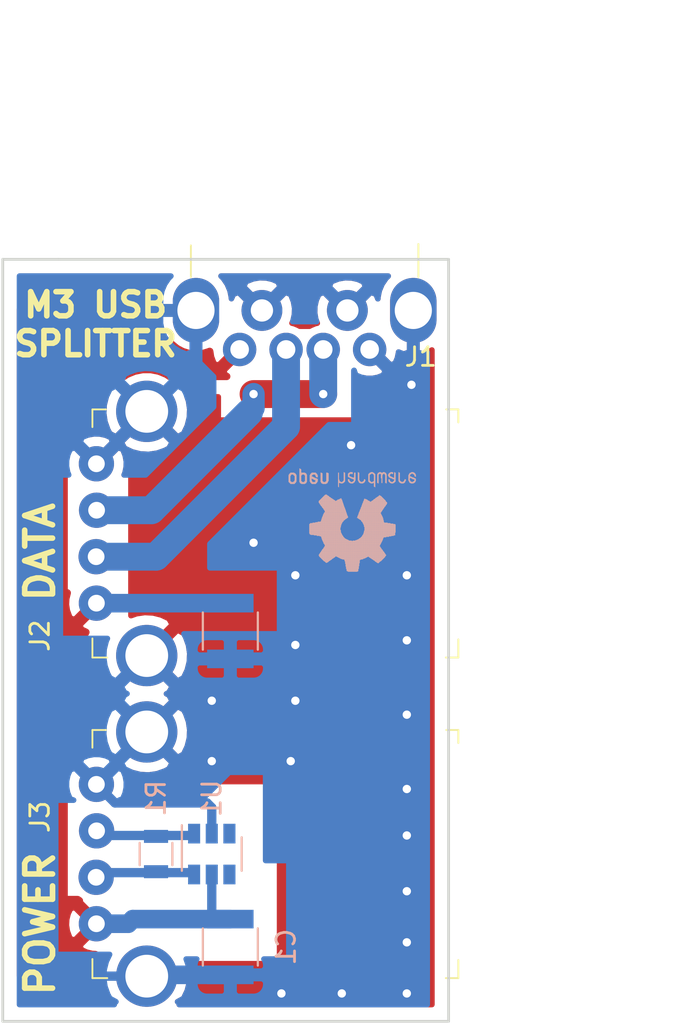
<source format=kicad_pcb>
(kicad_pcb (version 20171130) (host pcbnew "(5.0.0)")
  (title_block (title "M3 USB Splitter") (date 2018-10-08) (rev 0) (company "Open Hardware") (comment 1 "Splits Model 3 USB port into DATA/POWER") (comment 2 "for use with dashcam feature while preserving the charging port capability"))
  (layers (0 F.Cu signal hide) (31 B.Cu signal) (34 B.Paste user) (35 F.Paste user) (36 B.SilkS user) (37 F.SilkS user) (38 B.Mask user) (39 F.Mask user) (44 Edge.Cuts user))
  (net 0 "")
  (net 1 GND)
  (net 2 VBUS)
  (net 3 "Net-(J1-Pad3)")
  (net 4 "Net-(J1-Pad2)")
  (net 5 "Net-(J3-Pad3)")
  (net 6 "Net-(J3-Pad2)")
  (net 7 "Net-(U1-Pad4)")
  (net 8 "Net-(U1-Pad3)")
  (module digikey-footprints:USB_A_Female_UE27AC54100 (layer F.Cu) (at 110.5 131.5 90)
    (fp_text reference J3 (at 2 -5.75 90) (layer F.SilkS))
    (fp_text value UE27AC54100)
    (pad 4 thru_hole circle (at 3.75 -2.71 90) (size 1.9 1.9) (drill 0.9) (layers *.Cu *.Mask) (net 1 GND))
    (pad 3 thru_hole circle (at 1.25 -2.7 90) (size 1.9 1.9) (drill 0.9) (layers *.Cu *.Mask) (net 5 "Net-(J3-Pad3)"))
    (pad 2 thru_hole circle (at -1.25 -2.725 90) (size 1.9 1.9) (drill 0.9) (layers *.Cu *.Mask) (net 6 "Net-(J3-Pad2)"))
    (pad 1 thru_hole circle (at -3.75 -2.71 90) (size 1.9 1.9) (drill 0.9) (layers *.Cu *.Mask) (net 2 VBUS))
    (pad 5 thru_hole circle (at 6.57 0 90) (size 3.3 3.3) (drill 2.3) (layers *.Cu *.Mask) (net 1 GND))
    (pad 5 thru_hole circle (at -6.57 0 90) (size 3.3 3.3) (drill 2.3) (layers *.Cu *.Mask) (net 1 GND))
  )
  (module digikey-footprints:USB_Male_A_UP2-AH-1-TH (layer F.Cu) (at 119 102.25 180)
    (fp_text reference J1 (at -6.25 -2.5 180) (layer F.SilkS))
    (fp_text value UP2-AH-1-TH)
    (pad 5 thru_hole oval (at -5.85 0 180) (size 2.5 3.5) (drill 2) (layers *.Cu *.Mask) (net 1 GND))
    (pad 5 thru_hole oval (at 5.85 0 180) (size 2.5 3.5) (drill oval 2) (layers *.Cu *.Mask) (net 1 GND))
    (pad 5 thru_hole circle (at -2.3 0 180) (size 2.2 2.2) (drill 1.2) (layers *.Cu *.Mask) (net 1 GND))
    (pad 5 thru_hole circle (at 2.3 0 180) (size 2.2 2.2) (drill 1.2) (layers *.Cu *.Mask) (net 1 GND))
    (pad 4 thru_hole circle (at -3.5 -2.1 180) (size 1.8 1.8) (drill 1) (layers *.Cu *.Mask) (net 1 GND))
    (pad 3 thru_hole circle (at -1 -2.1 180) (size 1.8 1.8) (drill 1) (layers *.Cu *.Mask) (net 3 "Net-(J1-Pad3)"))
    (pad 2 thru_hole circle (at 1 -2.1 180) (size 1.8 1.8) (drill 1) (layers *.Cu *.Mask) (net 4 "Net-(J1-Pad2)"))
    (pad 1 thru_hole circle (at 3.5 -2.1 180) (size 1.8 1.8) (drill 1) (layers *.Cu *.Mask) (net 2 VBUS))
  )
  (module digikey-footprints:USB_A_Female_UE27AC54100 (layer F.Cu) (at 110.5 114.25 90)
    (fp_text reference J2 (at -5.5 -5.75 90) (layer F.SilkS))
    (fp_text value UE27AC54100)
    (pad 5 thru_hole circle (at -6.57 0 90) (size 3.3 3.3) (drill 2.3) (layers *.Cu *.Mask) (net 1 GND))
    (pad 5 thru_hole circle (at 6.57 0 90) (size 3.3 3.3) (drill 2.3) (layers *.Cu *.Mask) (net 1 GND))
    (pad 1 thru_hole circle (at -3.75 -2.71 90) (size 1.9 1.9) (drill 0.9) (layers *.Cu *.Mask) (net 2 VBUS))
    (pad 2 thru_hole circle (at -1.25 -2.725 90) (size 1.9 1.9) (drill 0.9) (layers *.Cu *.Mask) (net 4 "Net-(J1-Pad2)"))
    (pad 3 thru_hole circle (at 1.25 -2.7 90) (size 1.9 1.9) (drill 0.9) (layers *.Cu *.Mask) (net 3 "Net-(J1-Pad3)"))
    (pad 4 thru_hole circle (at 3.75 -2.71 90) (size 1.9 1.9) (drill 0.9) (layers *.Cu *.Mask) (net 1 GND))
  )
  (module Resistors_SMD:R_0805 (layer B.Cu) (at 111 131.5 270)
    (fp_text reference R1 (at -3 0 270) (layer B.SilkS) (effects (justify mirror)))
    (fp_text value 0R)
    (pad 2 smd rect (at 0.95 0 270) (size 0.7 1.3) (layers B.Cu B.Paste B.Mask) (net 6 "Net-(J3-Pad2)"))
    (pad 1 smd rect (at -0.95 0 270) (size 0.7 1.3) (layers B.Cu B.Paste B.Mask) (net 5 "Net-(J3-Pad3)"))
  )
  (module TO_SOT_Packages_SMD:SOT-23-6 (layer B.Cu) (at 114 131.5 270)
    (fp_text reference U1 (at -3 0 270) (layer B.SilkS) (effects (justify mirror)))
    (fp_text value TPS2514A)
    (pad 5 smd rect (at 1.1 0 270) (size 1.06 0.65) (layers B.Cu B.Paste B.Mask) (net 2 VBUS))
    (pad 6 smd rect (at 1.1 0.95 270) (size 1.06 0.65) (layers B.Cu B.Paste B.Mask) (net 6 "Net-(J3-Pad2)"))
    (pad 4 smd rect (at 1.1 -0.95 270) (size 1.06 0.65) (layers B.Cu B.Paste B.Mask) (net 7 "Net-(U1-Pad4)"))
    (pad 3 smd rect (at -1.1 -0.95 270) (size 1.06 0.65) (layers B.Cu B.Paste B.Mask) (net 8 "Net-(U1-Pad3)"))
    (pad 2 smd rect (at -1.1 0 270) (size 1.06 0.65) (layers B.Cu B.Paste B.Mask) (net 1 GND))
    (pad 1 smd rect (at -1.1 0.95 270) (size 1.06 0.65) (layers B.Cu B.Paste B.Mask) (net 5 "Net-(J3-Pad3)"))
  )
  (module Capacitors_SMD:C_1210 (layer B.Cu) (at 115 119.5 270)
    (fp_text reference C2 hide)
    (fp_text value 10uF)
    (pad 2 smd rect (at 1.5 0 270) (size 1 2.5) (layers B.Cu B.Paste B.Mask) (net 1 GND))
    (pad 1 smd rect (at -1.5 0 270) (size 1 2.5) (layers B.Cu B.Paste B.Mask) (net 2 VBUS))
  )
  (module Capacitors_SMD:C_1210 (layer B.Cu) (at 115 136.5 270)
    (fp_text reference C1 (at 0 -3 270) (layer B.SilkS) (effects (justify mirror)))
    (fp_text value 10uF)
    (pad 2 smd rect (at 1.5 0 270) (size 1 2.5) (layers B.Cu B.Paste B.Mask) (net 1 GND))
    (pad 1 smd rect (at -1.5 0 270) (size 1 2.5) (layers B.Cu B.Paste B.Mask) (net 2 VBUS))
  )
  (module OPENHARDWARE:OSHWLOGO0.3IN (layer B.Cu) (at 117.75 117.25)
    (fp_text reference G*** hide)
    (fp_text value LOGO hide)
  )
  (gr_text "M3 USB\nSPLITTER" (at 107.75 103) (layer F.SilkS) (effects (font (size 1.3 1.3) (thickness 0.3))))
  (gr_text POWER (at 104.75 135.25 90) (layer F.SilkS) (effects (font (size 1.5 1.5) (thickness 0.3))))
  (gr_text DATA (at 104.75 115.25 90) (layer F.SilkS) (effects (font (size 1.5 1.5) (thickness 0.3))))
  (gr_line (start 126.75 140.5) (end 126.75 99.5) (angle 90) (layer Edge.Cuts) (width 0.15))
  (gr_line (start 102.75 140.5) (end 126.75 140.5) (angle 90) (layer Edge.Cuts) (width 0.15))
  (gr_line (start 102.75 99.5) (end 102.75 140.5) (angle 90) (layer Edge.Cuts) (width 0.15))
  (gr_line (start 105.75 99.5) (end 102.75 99.5) (angle 90) (layer Edge.Cuts) (width 0.15))
  (gr_line (start 126.75 99.5) (end 105.75 99.5) (angle 90) (layer Edge.Cuts) (width 0.15))
  (segment (start 114 130.4) (end 114 129) (width 0.5) (layer B.Cu) (net 1))
  (segment (start 108.79 128.75) (end 107.79 127.75) (width 0.5) (layer B.Cu) (net 1))
  (segment (start 113.75 128.75) (end 108.79 128.75) (width 0.5) (layer B.Cu) (net 1))
  (segment (start 114 129) (end 113.75 128.75) (width 0.5) (layer B.Cu) (net 1))
  (segment (start 116 114.75) (end 116.25 114.75) (width 1) (layer F.Cu) (net 1))
  (via (at 124.75 106.25) (size 1.1) (drill 0.45) (layers F.Cu B.Cu) (net 1))
  (segment (start 121.5 109.5) (end 124.75 106.25) (width 1) (layer F.Cu) (net 1))
  (via (at 121.5 109.5) (size 1.1) (drill 0.45) (layers F.Cu B.Cu) (net 1))
  (segment (start 116.25 114.75) (end 121.5 109.5) (width 1) (layer B.Cu) (net 1))
  (via (at 116.25 114.75) (size 1.1) (drill 0.45) (layers F.Cu B.Cu) (net 1))
  (segment (start 110.5 138) (end 114.93 138) (width 1) (layer B.Cu) (net 1))
  (via (at 117.75 139) (size 1.1) (drill 0.45) (layers F.Cu B.Cu) (net 1))
  (via (at 118.25 126.5) (size 1.1) (drill 0.45) (layers F.Cu B.Cu) (net 1))
  (segment (start 118.25 126.5) (end 114 126.5) (width 0.5) (layer B.Cu) (net 1))
  (via (at 114 126.5) (size 1.1) (drill 0.45) (layers F.Cu B.Cu) (net 1))
  (segment (start 114 123.25) (end 114 126.5) (width 0.5) (layer F.Cu) (net 1))
  (via (at 114 123.25) (size 1.1) (drill 0.45) (layers F.Cu B.Cu) (net 1))
  (segment (start 118.5 123.25) (end 114 123.25) (width 0.5) (layer B.Cu) (net 1))
  (via (at 118.5 123.25) (size 1.1) (drill 0.45) (layers F.Cu B.Cu) (net 1))
  (segment (start 118.5 120.25) (end 118.5 123.25) (width 0.5) (layer F.Cu) (net 1))
  (via (at 118.5 120.25) (size 1.1) (drill 0.45) (layers F.Cu B.Cu) (net 1))
  (segment (start 118.5 116.5) (end 118.5 120.25) (width 0.5) (layer B.Cu) (net 1))
  (via (at 118.5 116.5) (size 1.1) (drill 0.45) (layers F.Cu B.Cu) (net 1))
  (segment (start 124.5 116.5) (end 118.5 116.5) (width 0.5) (layer F.Cu) (net 1))
  (via (at 124.5 116.5) (size 1.1) (drill 0.45) (layers F.Cu B.Cu) (net 1))
  (segment (start 124.5 120) (end 124.5 116.5) (width 0.5) (layer B.Cu) (net 1))
  (via (at 124.5 120) (size 1.1) (drill 0.45) (layers F.Cu B.Cu) (net 1))
  (segment (start 124.5 124) (end 124.5 120) (width 0.5) (layer F.Cu) (net 1))
  (via (at 124.5 124) (size 1.1) (drill 0.45) (layers F.Cu B.Cu) (net 1))
  (segment (start 124.5 128) (end 124.5 124) (width 0.5) (layer B.Cu) (net 1))
  (via (at 124.5 128) (size 1.1) (drill 0.45) (layers F.Cu B.Cu) (net 1))
  (segment (start 124.5 130.5) (end 124.5 128) (width 0.5) (layer F.Cu) (net 1))
  (via (at 124.5 130.5) (size 1.1) (drill 0.45) (layers F.Cu B.Cu) (net 1))
  (segment (start 124.5 133.5) (end 124.5 130.5) (width 0.5) (layer B.Cu) (net 1))
  (via (at 124.5 133.5) (size 1.1) (drill 0.45) (layers F.Cu B.Cu) (net 1))
  (segment (start 124.5 136.25) (end 124.5 133.5) (width 0.5) (layer F.Cu) (net 1))
  (via (at 124.5 136.25) (size 1.1) (drill 0.45) (layers F.Cu B.Cu) (net 1))
  (segment (start 124.5 139) (end 124.5 136.25) (width 0.5) (layer B.Cu) (net 1))
  (via (at 124.5 139) (size 1.1) (drill 0.45) (layers F.Cu B.Cu) (net 1))
  (segment (start 121 139) (end 124.5 139) (width 0.5) (layer F.Cu) (net 1))
  (via (at 121 139) (size 1.1) (drill 0.45) (layers F.Cu B.Cu) (net 1))
  (segment (start 121 139) (end 117.75 139) (width 0.5) (layer B.Cu) (net 1))
  (segment (start 110.5 138.07) (end 107.18 138.07) (width 0.5) (layer B.Cu) (net 1))
  (segment (start 107.18 138.07) (end 107 138.25) (width 0.5) (layer B.Cu) (net 1))
  (segment (start 107.79 118) (end 115 118) (width 1) (layer B.Cu) (net 2))
  (segment (start 107.79 135.25) (end 109.5 135.25) (width 1) (layer B.Cu) (net 2))
  (segment (start 109.75 135) (end 115 135) (width 1) (layer B.Cu) (net 2))
  (segment (start 109.5 135.25) (end 109.75 135) (width 1) (layer B.Cu) (net 2))
  (segment (start 114 132.6) (end 114 135) (width 0.5) (layer B.Cu) (net 2))
  (segment (start 114 135) (end 115 135) (width 0.5) (layer B.Cu) (net 2))
  (segment (start 120 106.75) (end 120 104.35) (width 1.5) (layer B.Cu) (net 3))
  (via (at 120 106.75) (size 1.1) (drill 0.45) (layers F.Cu B.Cu) (net 3))
  (segment (start 116.25 106.75) (end 120 106.75) (width 1.5) (layer F.Cu) (net 3))
  (via (at 116.25 106.75) (size 1.1) (drill 0.45) (layers F.Cu B.Cu) (net 3))
  (segment (start 116.25 107.5) (end 116.25 106.75) (width 1.2) (layer B.Cu) (net 3))
  (segment (start 110.75 113) (end 116 107.75) (width 1.5) (layer B.Cu) (net 3))
  (segment (start 107.8 113) (end 110.75 113) (width 1.5) (layer B.Cu) (net 3))
  (segment (start 118 104.35) (end 118 108.5) (width 1.5) (layer B.Cu) (net 4))
  (segment (start 111 115.5) (end 107.775 115.5) (width 1.5) (layer B.Cu) (net 4))
  (segment (start 118 108.5) (end 111 115.5) (width 1.5) (layer B.Cu) (net 4))
  (segment (start 107.8 130.5) (end 110.7 130.5) (width 0.5) (layer B.Cu) (net 5))
  (segment (start 110.85 130.5) (end 113.05 130.5) (width 0.5) (layer B.Cu) (net 5))
  (segment (start 107.775 132.5) (end 110.7 132.5) (width 0.5) (layer B.Cu) (net 6))
  (segment (start 110.85 132.5) (end 113.05 132.5) (width 0.5) (layer B.Cu) (net 6))
  (zone (net 2) (net_name VBUS) (layer F.Cu) (connect_pads (clearance 0.4)) (min_thickness 0.4) (fill yes (arc_segments 32) (thermal_gap 0.508) (thermal_bridge_width 0.7))
    (polygon (pts (xy 111 103.75) (xy 115.75 103.75) (xy 115.75 106) (xy 106.25 106) (xy 106.25 116.5) (xy 106.25 117.25) (xy 107.75 117) (xy 109 117) (xy 109 118.5) (xy 108.75 119) (xy 107.5 119.5) (xy 106.25 121.5) (xy 106.25 133.75) (xy 108.75 133.75) (xy 108.25 136) (xy 107.5 138.25) (xy 103.5 138.25) (xy 103.5 102) (xy 111 102)))
  )
  (zone (net 1) (net_name GND) (layer B.Cu) (connect_pads (clearance 0.4)) (min_thickness 0.3) (fill yes (arc_segments 32) (thermal_gap 0.508) (thermal_bridge_width 0.7))
    (polygon (pts (xy 125.75 139.75) (xy 103.5 139.75) (xy 103.5 100.25) (xy 125.75 100.25)))
    (polygon (pts (xy 115 127.25) (xy 113.5 128.75) (xy 108.79 128.75) (xy 108.382353 128.617647) (xy 108.25 128.75) (xy 105.75 128.75) (xy 105.75 136.75) (xy 112 136.75) (xy 112 137) (xy 118 137) (xy 118 132) (xy 116.75 132) (xy 116.75 127.25)))
    (polygon (pts (xy 113.5 103) (xy 113.5 105) (xy 114.25 105.75) (xy 114.25 107.5) (xy 110.5 111.25) (xy 106 111.25) (xy 106 119.75) (xy 109.25 119.75) (xy 109.25 119.5) (xy 117.5 119.5) (xy 117.5 116.25) (xy 113.75 116.25) (xy 113.75 114.75) (xy 120.25 108.25) (xy 121.5 108.25) (xy 121.5 103)))
  )
  (zone (net 1) (net_name GND) (layer F.Cu) (connect_pads (clearance 0.4)) (min_thickness 0.3) (fill yes (arc_segments 32) (thermal_gap 0.508) (thermal_bridge_width 0.7))
    (polygon (pts (xy 126 139.75) (xy 109.25 139.75) (xy 110.25 137.25) (xy 117.5 137.25) (xy 117.5 127.75) (xy 109.5 127.75) (xy 109.5 120) (xy 109.5 116) (xy 109.5 111.25) (xy 107.25 111.25) (xy 107.25 106.75) (xy 114.5 106.75) (xy 114.5 108) (xy 122 108) (xy 122 103.25) (xy 112.25 103.25) (xy 112.25 100.25) (xy 126 100.25)))
  )
)
</source>
